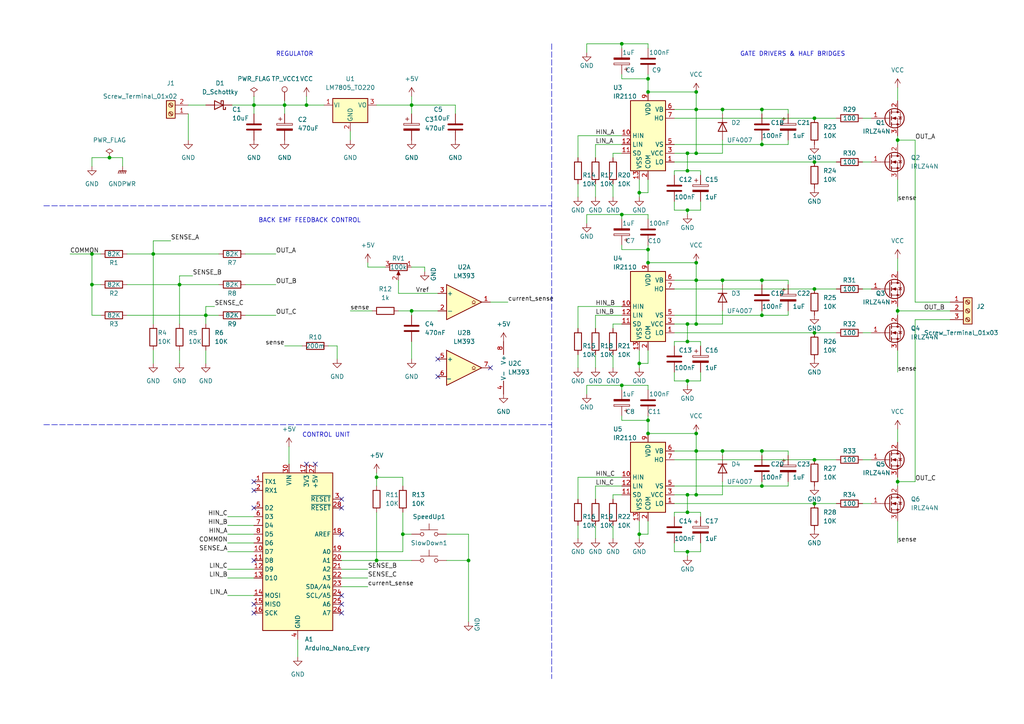
<source format=kicad_sch>
(kicad_sch (version 20211123) (generator eeschema)
  (paper "A4")
  (title_block (title "Control Brushless") (date "04/07/2023") (rev "1") (company "UTN FRBA") (comment 1 "Electronica de potencia") (comment 2 "Ciclo lectivo 2023") (comment 3 "Docente: Ing. Narvaja") (comment 4 "Grupo1 "))
  (lib_symbols
    (symbol "Comparator:LM393" (pin_names (offset 0.127))
      (property "Reference" "U" (at 3.81 3.81 0))
      (property "Value" "LM393" (at 6.35 -3.81 0))
      (symbol "LM393_1_1"
        (pin open_collector line (at 7.62 0 180) (length 2.54) (name "~") (number "1"))
        (pin input line (at -7.62 -2.54 0) (length 2.54) (name "-") (number "2"))
        (pin input line (at -7.62 2.54 0) (length 2.54) (name "+") (number "3"))
      )
      (symbol "LM393_2_1"
        (pin input line (at -7.62 2.54 0) (length 2.54) (name "+") (number "5"))
        (pin input line (at -7.62 -2.54 0) (length 2.54) (name "_") (number "6"))
        (pin open_collector line (at 7.62 0 180) (length 2.54) (name "~") (number "7"))
      )
      (symbol "LM393_3_1"
        (pin power_in line (at -2.54 -7.62 90) (length 3.81) (name "V-") (number "4"))
        (pin power_in line (at -2.54 7.62 270) (length 3.81) (name "V+") (number "8"))
      )
    )
    (symbol "Connector:Screw_Terminal_01x02" (pin_names (offset 1.016) hide)
      (property "Reference" "J" (at 0 2.54 0))
      (property "Value" "Screw_Terminal_01x02" (at 0 -5.08 0))
      (symbol "Screw_Terminal_01x02_1_1"
        (pin passive line (at -5.08 0 0) (length 3.81) (name "Pin_1") (number "1"))
        (pin passive line (at -5.08 -2.54 0) (length 3.81) (name "Pin_2") (number "2"))
      )
    )
    (symbol "Connector:Screw_Terminal_01x03" (pin_names (offset 1.016) hide)
      (property "Reference" "J" (at 0 5.08 0))
      (property "Value" "Screw_Terminal_01x03" (at 0 -5.08 0))
      (symbol "Screw_Terminal_01x03_1_1"
        (pin passive line (at -5.08 2.54 0) (length 3.81) (name "Pin_1") (number "1"))
        (pin passive line (at -5.08 0 0) (length 3.81) (name "Pin_2") (number "2"))
        (pin passive line (at -5.08 -2.54 0) (length 3.81) (name "Pin_3") (number "3"))
      )
    )
    (symbol "Connector:TestPoint" (pin_numbers hide) (pin_names (offset 0.762) hide)
      (property "Reference" "TP" (at 0 6.858 0))
      (property "Value" "TestPoint" (at 0 5.08 0))
      (symbol "TestPoint_1_1"
        (pin passive line (at 0 0 90) (length 2.54) (name "1") (number "1"))
      )
    )
    (symbol "Device:C" (pin_numbers hide) (pin_names (offset 0.254))
      (property "Reference" "C" (at 0.635 2.54 0))
      (property "Value" "C" (at 0.635 -2.54 0))
      (symbol "C_1_1"
        (pin passive line (at 0 3.81 270) (length 2.794) (name "~") (number "1"))
        (pin passive line (at 0 -3.81 90) (length 2.794) (name "~") (number "2"))
      )
    )
    (symbol "Device:C_Polarized" (pin_numbers hide) (pin_names (offset 0.254))
      (property "Reference" "C" (at 0.635 2.54 0))
      (property "Value" "C_Polarized" (at 0.635 -2.54 0))
      (symbol "C_Polarized_1_1"
        (pin passive line (at 0 3.81 270) (length 2.794) (name "~") (number "1"))
        (pin passive line (at 0 -3.81 90) (length 2.794) (name "~") (number "2"))
      )
    )
    (symbol "Device:D_Schottky" (pin_numbers hide) (pin_names (offset 1.016) hide)
      (property "Reference" "D" (at 0 2.54 0))
      (property "Value" "D_Schottky" (at 0 -2.54 0))
      (symbol "D_Schottky_1_1"
        (pin passive line (at -3.81 0 0) (length 2.54) (name "K") (number "1"))
        (pin passive line (at 3.81 0 180) (length 2.54) (name "A") (number "2"))
      )
    )
    (symbol "Device:R" (pin_numbers hide) (pin_names (offset 0))
      (property "Reference" "R" (at 2.032 0 90))
      (property "Value" "R" (at 0 0 90))
      (symbol "R_1_1"
        (pin passive line (at 0 3.81 270) (length 1.27) (name "~") (number "1"))
        (pin passive line (at 0 -3.81 90) (length 1.27) (name "~") (number "2"))
      )
    )
    (symbol "Device:R_Potentiometer" (pin_names (offset 1.016) hide)
      (property "Reference" "RV" (at -4.445 0 90))
      (property "Value" "R_Potentiometer" (at -2.54 0 90))
      (symbol "R_Potentiometer_1_1"
        (pin passive line (at 0 3.81 270) (length 1.27) (name "1") (number "1"))
        (pin passive line (at 3.81 0 180) (length 1.27) (name "2") (number "2"))
        (pin passive line (at 0 -3.81 90) (length 1.27) (name "3") (number "3"))
      )
    )
    (symbol "Diode:1N4148" (pin_numbers hide) (pin_names (offset 1.016) hide)
      (property "Reference" "D" (at 0 2.54 0))
      (property "Value" "1N4148" (at 0 -2.54 0))
      (symbol "1N4148_1_1"
        (pin passive line (at -3.81 0 0) (length 2.54) (name "K") (number "1"))
        (pin passive line (at 3.81 0 180) (length 2.54) (name "A") (number "2"))
      )
    )
    (symbol "Driver_FET:IR2110"
      (property "Reference" "U" (at 1.27 13.335 0))
      (property "Value" "IR2110" (at 1.27 11.43 0))
      (symbol "IR2110_1_1"
        (pin output line (at 7.62 -7.62 180) (length 2.54) (name "LO") (number "1"))
        (pin input line (at -7.62 0 0) (length 2.54) (name "HIN") (number "10"))
        (pin input line (at -7.62 -5.08 0) (length 2.54) (name "SD") (number "11"))
        (pin input line (at -7.62 -2.54 0) (length 2.54) (name "LIN") (number "12"))
        (pin power_in line (at -2.54 -12.7 90) (length 2.54) (name "VSS") (number "13"))
        (pin no_connect line (at -5.08 2.54 0) (length 2.54) hide (name "NC") (number "14"))
        (pin power_in line (at 0 -12.7 90) (length 2.54) (name "COM") (number "2"))
        (pin power_in line (at 7.62 -5.08 180) (length 2.54) (name "VCC") (number "3"))
        (pin no_connect line (at -5.08 7.62 0) (length 2.54) hide (name "NC") (number "4"))
        (pin passive line (at 7.62 -2.54 180) (length 2.54) (name "VS") (number "5"))
        (pin passive line (at 7.62 7.62 180) (length 2.54) (name "VB") (number "6"))
        (pin output line (at 7.62 5.08 180) (length 2.54) (name "HO") (number "7"))
        (pin no_connect line (at -5.08 5.08 0) (length 2.54) hide (name "NC") (number "8"))
        (pin power_in line (at 0 12.7 270) (length 2.54) (name "VDD") (number "9"))
      )
    )
    (symbol "MCU_Module:Arduino_Nano_Every"
      (property "Reference" "A" (at -10.16 23.495 0))
      (property "Value" "Arduino_Nano_Every" (at 5.08 -24.13 0))
      (symbol "Arduino_Nano_Every_1_1"
        (pin bidirectional line (at -12.7 20.32 0) (length 2.54) (name "TX1") (number "1"))
        (pin bidirectional line (at -12.7 0 0) (length 2.54) (name "D7") (number "10"))
        (pin bidirectional line (at -12.7 -2.54 0) (length 2.54) (name "D8") (number "11"))
        (pin bidirectional line (at -12.7 -5.08 0) (length 2.54) (name "D9") (number "12"))
        (pin bidirectional line (at -12.7 -7.62 0) (length 2.54) (name "D10") (number "13"))
        (pin bidirectional line (at -12.7 -12.7 0) (length 2.54) (name "MOSI") (number "14"))
        (pin bidirectional line (at -12.7 -15.24 0) (length 2.54) (name "MISO") (number "15"))
        (pin bidirectional line (at -12.7 -17.78 0) (length 2.54) (name "SCK") (number "16"))
        (pin power_out line (at 2.54 25.4 270) (length 2.54) (name "3V3") (number "17"))
        (pin input line (at 12.7 5.08 180) (length 2.54) (name "AREF") (number "18"))
        (pin bidirectional line (at 12.7 0 180) (length 2.54) (name "A0") (number "19"))
        (pin bidirectional line (at -12.7 17.78 0) (length 2.54) (name "RX1") (number "2"))
        (pin bidirectional line (at 12.7 -2.54 180) (length 2.54) (name "A1") (number "20"))
        (pin bidirectional line (at 12.7 -5.08 180) (length 2.54) (name "A2") (number "21"))
        (pin bidirectional line (at 12.7 -7.62 180) (length 2.54) (name "A3") (number "22"))
        (pin bidirectional line (at 12.7 -10.16 180) (length 2.54) (name "SDA/A4") (number "23"))
        (pin bidirectional line (at 12.7 -12.7 180) (length 2.54) (name "SCL/A5") (number "24"))
        (pin bidirectional line (at 12.7 -15.24 180) (length 2.54) (name "A6") (number "25"))
        (pin bidirectional line (at 12.7 -17.78 180) (length 2.54) (name "A7") (number "26"))
        (pin power_out line (at 5.08 25.4 270) (length 2.54) (name "+5V") (number "27"))
        (pin input line (at 12.7 12.7 180) (length 2.54) (name "~{RESET}") (number "28"))
        (pin passive line (at 0 -25.4 90) (length 2.54) hide (name "GND") (number "29"))
        (pin input line (at 12.7 15.24 180) (length 2.54) (name "~{RESET}") (number "3"))
        (pin power_in line (at -2.54 25.4 270) (length 2.54) (name "VIN") (number "30"))
        (pin power_in line (at 0 -25.4 90) (length 2.54) (name "GND") (number "4"))
        (pin bidirectional line (at -12.7 12.7 0) (length 2.54) (name "D2") (number "5"))
        (pin bidirectional line (at -12.7 10.16 0) (length 2.54) (name "D3") (number "6"))
        (pin bidirectional line (at -12.7 7.62 0) (length 2.54) (name "D4") (number "7"))
        (pin bidirectional line (at -12.7 5.08 0) (length 2.54) (name "D5") (number "8"))
        (pin bidirectional line (at -12.7 2.54 0) (length 2.54) (name "D6") (number "9"))
      )
    )
    (symbol "Regulator_Linear:LM7805_TO220" (pin_names (offset 0.254))
      (property "Reference" "U" (at -3.81 3.175 0))
      (property "Value" "LM7805_TO220" (at 0 3.175 0))
      (symbol "LM7805_TO220_1_1"
        (pin power_in line (at -7.62 0 0) (length 2.54) (name "VI") (number "1"))
        (pin power_in line (at 0 -7.62 90) (length 2.54) (name "GND") (number "2"))
        (pin power_out line (at 7.62 0 180) (length 2.54) (name "VO") (number "3"))
      )
    )
    (symbol "Switch:SW_MEC_5G" (pin_numbers hide) (pin_names (offset 1.016) hide)
      (property "Reference" "SW" (at 1.27 2.54 0))
      (property "Value" "SW_MEC_5G" (at 0 -1.524 0))
      (symbol "SW_MEC_5G_0_1"
        (pin passive line (at -5.08 0 0) (length 2.54) (name "A") (number "1"))
        (pin passive line (at 5.08 0 180) (length 2.54) (name "B") (number "3"))
      )
      (symbol "SW_MEC_5G_1_1"
        (pin passive line (at -5.08 0 0) (length 2.54) hide (name "A") (number "2"))
        (pin passive line (at 5.08 0 180) (length 2.54) hide (name "B") (number "4"))
      )
    )
    (symbol "Transistor_FET:IRLZ44N" (pin_names hide)
      (property "Reference" "Q" (at 6.35 1.905 0))
      (property "Value" "IRLZ44N" (at 6.35 0 0))
      (symbol "IRLZ44N_1_1"
        (pin input line (at -5.08 0 0) (length 2.54) (name "G") (number "1"))
        (pin passive line (at 2.54 5.08 270) (length 2.54) (name "D") (number "2"))
        (pin passive line (at 2.54 -5.08 90) (length 2.54) (name "S") (number "3"))
      )
    )
    (symbol "power:+5V" (power) (pin_names (offset 0))
      (property "Value" "+5V" (at 0 3.556 0))
      (symbol "+5V_1_1"
        (pin power_in line (at 0 0 90) (length 0) hide (name "+5V") (number "1"))
      )
    )
    (symbol "power:GND" (power) (pin_names (offset 0))
      (property "Value" "GND" (at 0 -3.81 0))
      (symbol "GND_1_1"
        (pin power_in line (at 0 0 270) (length 0) hide (name "GND") (number "1"))
      )
    )
    (symbol "power:GNDPWR" (power) (pin_names (offset 0))
      (property "Value" "GNDPWR" (at 0 -3.302 0))
      (symbol "GNDPWR_1_1"
        (pin power_in line (at 0 0 270) (length 0) hide (name "GNDPWR") (number "1"))
      )
    )
    (symbol "power:PWR_FLAG" (power) (pin_numbers hide) (pin_names (offset 0) hide)
      (property "Value" "PWR_FLAG" (at 0 3.81 0))
      (symbol "PWR_FLAG_0_0"
        (pin power_out line (at 0 0 90) (length 0) (name "pwr") (number "1"))
      )
    )
    (symbol "power:VCC" (power) (pin_names (offset 0))
      (property "Value" "VCC" (at 0 3.81 0))
      (symbol "VCC_1_1"
        (pin power_in line (at 0 0 90) (length 0) hide (name "VCC") (number "1"))
      )
    )
  )
  (junction (at 187.96 26.67))
  (junction (at 199.39 110.49))
  (junction (at 260.35 90.17))
  (junction (at 220.98 31.75))
  (junction (at 201.93 130.81))
  (junction (at 236.22 46.99))
  (junction (at 116.84 154.94))
  (junction (at 199.39 60.96))
  (junction (at 199.39 99.06))
  (junction (at 185.42 154.94))
  (junction (at 201.93 125.73))
  (junction (at 236.22 83.82))
  (junction (at 180.34 12.7))
  (junction (at 187.96 22.86))
  (junction (at 201.93 44.45))
  (junction (at 209.55 81.28))
  (junction (at 59.69 91.44))
  (junction (at 209.55 130.81))
  (junction (at 220.98 41.91))
  (junction (at 31.75 45.72))
  (junction (at 201.93 81.28))
  (junction (at 185.42 105.41))
  (junction (at 88.9 30.48))
  (junction (at 187.96 121.92))
  (junction (at 199.39 160.02))
  (junction (at 220.98 140.97))
  (junction (at 199.39 148.59))
  (junction (at 119.38 90.17))
  (junction (at 260.35 40.64))
  (junction (at 201.93 76.2))
  (junction (at 180.34 62.23))
  (junction (at 260.35 139.7))
  (junction (at 209.55 31.75))
  (junction (at 201.93 31.75))
  (junction (at 220.98 91.44))
  (junction (at 109.22 162.56))
  (junction (at 236.22 96.52))
  (junction (at 236.22 34.29))
  (junction (at 199.39 93.98))
  (junction (at 199.39 44.45))
  (junction (at 236.22 146.05))
  (junction (at 73.66 30.48))
  (junction (at 82.55 30.48))
  (junction (at 187.96 72.39))
  (junction (at 44.45 73.66))
  (junction (at 26.67 82.55))
  (junction (at 201.93 26.67))
  (junction (at 199.39 49.53))
  (junction (at 220.98 81.28))
  (junction (at 220.98 130.81))
  (junction (at 187.96 125.73))
  (junction (at 119.38 30.48))
  (junction (at 187.96 76.2))
  (junction (at 180.34 111.76))
  (junction (at 236.22 133.35))
  (junction (at 26.67 73.66))
  (junction (at 201.93 93.98))
  (junction (at 109.22 138.43))
  (junction (at 135.89 162.56))
  (junction (at 199.39 143.51))
  (junction (at 52.07 82.55))
  (junction (at 185.42 55.88))
  (junction (at 201.93 143.51))
  (no_connect (at 73.66 162.56))
  (no_connect (at 88.9 134.62))
  (no_connect (at 91.44 134.62))
  (no_connect (at 99.06 147.32))
  (no_connect (at 99.06 144.78))
  (no_connect (at 99.06 172.72))
  (no_connect (at 99.06 177.8))
  (no_connect (at 99.06 175.26))
  (no_connect (at 99.06 154.94))
  (no_connect (at 73.66 175.26))
  (no_connect (at 73.66 177.8))
  (no_connect (at 73.66 147.32))
  (no_connect (at 73.66 142.24))
  (no_connect (at 73.66 139.7))
  (no_connect (at 142.24 106.68))
  (no_connect (at 127 104.14))
  (no_connect (at 127 109.22))
  (wire (pts (xy 199.39 93.98) (xy 195.58 93.98)))
  (wire (pts (xy 187.96 72.39) (xy 187.96 76.2)))
  (wire (pts (xy 209.55 81.28) (xy 220.98 81.28)))
  (wire (pts (xy 116.84 154.94) (xy 119.38 154.94)))
  (wire (pts (xy 201.93 76.2) (xy 201.93 81.28)))
  (wire (pts (xy 180.34 62.23) (xy 170.18 62.23)))
  (wire (pts (xy 82.55 29.21) (xy 82.55 30.48)))
  (wire (pts (xy 260.35 101.6) (xy 260.35 107.95)))
  (wire (pts (xy 132.08 30.48) (xy 132.08 33.02)))
  (wire (pts (xy 250.19 83.82) (xy 252.73 83.82)))
  (wire (pts (xy 71.12 82.55) (xy 80.01 82.55)))
  (wire (pts (xy 115.57 85.09) (xy 127 85.09)))
  (wire (pts (xy 35.56 45.72) (xy 35.56 48.26)))
  (wire (pts (xy 203.2 100.33) (xy 203.2 99.06)))
  (wire (pts (xy 228.6 130.81) (xy 228.6 132.08)))
  (wire (pts (xy 180.34 111.76) (xy 187.96 111.76)))
  (wire (pts (xy 265.43 92.71) (xy 275.59 92.71)))
  (wire (pts (xy 201.93 130.81) (xy 209.55 130.81)))
  (wire (pts (xy 59.69 101.6) (xy 59.69 105.41)))
  (wire (pts (xy 44.45 73.66) (xy 44.45 93.98)))
  (wire (pts (xy 73.66 30.48) (xy 73.66 33.02)))
  (wire (pts (xy 260.35 40.64) (xy 265.43 40.64)))
  (wire (pts (xy 180.34 41.91) (xy 172.72 41.91)))
  (wire (pts (xy 220.98 81.28) (xy 220.98 82.55)))
  (wire (pts (xy 167.64 53.34) (xy 167.64 57.15)))
  (wire (pts (xy 52.07 101.6) (xy 52.07 105.41)))
  (wire (pts (xy 187.96 105.41) (xy 185.42 105.41)))
  (wire (pts (xy 135.89 154.94) (xy 135.89 162.56)))
  (wire (pts (xy 116.84 160.02) (xy 116.84 154.94)))
  (wire (pts (xy 59.69 91.44) (xy 63.5 91.44)))
  (wire (pts (xy 142.24 87.63) (xy 147.32 87.63)))
  (wire (pts (xy 180.34 13.97) (xy 180.34 12.7)))
  (wire (pts (xy 180.34 111.76) (xy 170.18 111.76)))
  (wire (pts (xy 109.22 162.56) (xy 109.22 148.59)))
  (wire (pts (xy 228.6 40.64) (xy 228.6 41.91)))
  (wire (pts (xy 187.96 72.39) (xy 180.34 72.39)))
  (wire (pts (xy 187.96 121.92) (xy 180.34 121.92)))
  (wire (pts (xy 203.2 99.06) (xy 199.39 99.06)))
  (wire (pts (xy 95.25 100.33) (xy 97.79 100.33)))
  (wire (pts (xy 195.58 41.91) (xy 220.98 41.91)))
  (wire (pts (xy 203.2 149.86) (xy 203.2 148.59)))
  (wire (pts (xy 220.98 31.75) (xy 228.6 31.75)))
  (wire (pts (xy 88.9 30.48) (xy 93.98 30.48)))
  (wire (pts (xy 195.58 148.59) (xy 195.58 149.86)))
  (wire (pts (xy 187.96 101.6) (xy 187.96 105.41)))
  (wire (pts (xy 167.64 138.43) (xy 167.64 144.78)))
  (wire (pts (xy 26.67 73.66) (xy 29.21 73.66)))
  (wire (pts (xy 195.58 96.52) (xy 236.22 96.52)))
  (wire (pts (xy 99.06 160.02) (xy 116.84 160.02)))
  (wire (pts (xy 82.55 30.48) (xy 73.66 30.48)))
  (wire (pts (xy 228.6 90.17) (xy 228.6 91.44)))
  (wire (pts (xy 260.35 139.7) (xy 265.43 139.7)))
  (wire (pts (xy 203.2 58.42) (xy 203.2 60.96)))
  (wire (pts (xy 73.66 165.1) (xy 66.04 165.1)))
  (wire (pts (xy 250.19 146.05) (xy 252.73 146.05)))
  (wire (pts (xy 195.58 83.82) (xy 236.22 83.82)))
  (wire (pts (xy 180.34 72.39) (xy 180.34 71.12)))
  (wire (pts (xy 209.55 81.28) (xy 209.55 82.55)))
  (wire (pts (xy 187.96 22.86) (xy 187.96 21.59)))
  (polyline (pts (xy 12.7 123.19) (xy 160.02 123.19)))
  (wire (pts (xy 99.06 167.64) (xy 106.68 167.64)))
  (wire (pts (xy 260.35 138.43) (xy 260.35 139.7)))
  (wire (pts (xy 220.98 41.91) (xy 228.6 41.91)))
  (wire (pts (xy 26.67 45.72) (xy 26.67 48.26)))
  (wire (pts (xy 187.96 154.94) (xy 185.42 154.94)))
  (wire (pts (xy 135.89 162.56) (xy 135.89 180.34)))
  (wire (pts (xy 129.54 162.56) (xy 135.89 162.56)))
  (wire (pts (xy 260.35 40.64) (xy 260.35 41.91)))
  (wire (pts (xy 167.64 102.87) (xy 167.64 106.68)))
  (wire (pts (xy 180.34 44.45) (xy 177.8 44.45)))
  (wire (pts (xy 220.98 139.7) (xy 220.98 140.97)))
  (wire (pts (xy 115.57 90.17) (xy 119.38 90.17)))
  (wire (pts (xy 119.38 30.48) (xy 132.08 30.48)))
  (wire (pts (xy 180.34 138.43) (xy 167.64 138.43)))
  (wire (pts (xy 265.43 40.64) (xy 265.43 87.63)))
  (wire (pts (xy 36.83 73.66) (xy 44.45 73.66)))
  (wire (pts (xy 260.35 90.17) (xy 275.59 90.17)))
  (wire (pts (xy 172.72 91.44) (xy 172.72 95.25)))
  (wire (pts (xy 195.58 146.05) (xy 236.22 146.05)))
  (wire (pts (xy 119.38 162.56) (xy 109.22 162.56)))
  (wire (pts (xy 236.22 146.05) (xy 242.57 146.05)))
  (wire (pts (xy 195.58 130.81) (xy 201.93 130.81)))
  (wire (pts (xy 177.8 152.4) (xy 177.8 156.21)))
  (wire (pts (xy 187.96 26.67) (xy 201.93 26.67)))
  (wire (pts (xy 195.58 133.35) (xy 236.22 133.35)))
  (wire (pts (xy 187.96 22.86) (xy 180.34 22.86)))
  (wire (pts (xy 119.38 27.94) (xy 119.38 30.48)))
  (wire (pts (xy 195.58 58.42) (xy 195.58 60.96)))
  (wire (pts (xy 82.55 33.02) (xy 82.55 30.48)))
  (polyline (pts (xy 12.7 59.69) (xy 160.02 59.69)))
  (wire (pts (xy 260.35 90.17) (xy 260.35 91.44)))
  (wire (pts (xy 220.98 130.81) (xy 228.6 130.81)))
  (wire (pts (xy 203.2 50.8) (xy 203.2 49.53)))
  (wire (pts (xy 180.34 12.7) (xy 170.18 12.7)))
  (wire (pts (xy 195.58 34.29) (xy 236.22 34.29)))
  (wire (pts (xy 73.66 152.4) (xy 66.04 152.4)))
  (wire (pts (xy 116.84 148.59) (xy 116.84 154.94)))
  (wire (pts (xy 220.98 140.97) (xy 228.6 140.97)))
  (wire (pts (xy 187.96 72.39) (xy 187.96 71.12)))
  (wire (pts (xy 228.6 81.28) (xy 228.6 82.55)))
  (wire (pts (xy 109.22 137.16) (xy 109.22 138.43)))
  (wire (pts (xy 187.96 63.5) (xy 187.96 62.23)))
  (wire (pts (xy 236.22 83.82) (xy 242.57 83.82)))
  (wire (pts (xy 260.35 151.13) (xy 260.35 157.48)))
  (wire (pts (xy 220.98 40.64) (xy 220.98 41.91)))
  (wire (pts (xy 109.22 30.48) (xy 119.38 30.48)))
  (wire (pts (xy 116.84 138.43) (xy 109.22 138.43)))
  (wire (pts (xy 187.96 151.13) (xy 187.96 154.94)))
  (wire (pts (xy 209.55 31.75) (xy 209.55 33.02)))
  (wire (pts (xy 195.58 81.28) (xy 201.93 81.28)))
  (wire (pts (xy 123.19 77.47) (xy 123.19 78.74)))
  (wire (pts (xy 201.93 130.81) (xy 201.93 143.51)))
  (wire (pts (xy 180.34 121.92) (xy 180.34 120.65)))
  (wire (pts (xy 260.35 139.7) (xy 260.35 140.97)))
  (wire (pts (xy 195.58 44.45) (xy 199.39 44.45)))
  (wire (pts (xy 26.67 73.66) (xy 26.67 82.55)))
  (wire (pts (xy 35.56 45.72) (xy 31.75 45.72)))
  (wire (pts (xy 260.35 88.9) (xy 260.35 90.17)))
  (wire (pts (xy 115.57 85.09) (xy 115.57 81.28)))
  (wire (pts (xy 220.98 90.17) (xy 220.98 91.44)))
  (wire (pts (xy 177.8 53.34) (xy 177.8 57.15)))
  (wire (pts (xy 54.61 30.48) (xy 59.69 30.48)))
  (wire (pts (xy 201.93 31.75) (xy 209.55 31.75)))
  (wire (pts (xy 199.39 60.96) (xy 199.39 62.23)))
  (wire (pts (xy 185.42 101.6) (xy 185.42 105.41)))
  (wire (pts (xy 201.93 125.73) (xy 201.93 130.81)))
  (wire (pts (xy 195.58 60.96) (xy 199.39 60.96)))
  (wire (pts (xy 187.96 55.88) (xy 185.42 55.88)))
  (wire (pts (xy 44.45 73.66) (xy 44.45 69.85)))
  (wire (pts (xy 52.07 82.55) (xy 52.07 80.01)))
  (wire (pts (xy 167.64 152.4) (xy 167.64 156.21)))
  (wire (pts (xy 187.96 125.73) (xy 201.93 125.73)))
  (wire (pts (xy 265.43 87.63) (xy 275.59 87.63)))
  (wire (pts (xy 195.58 49.53) (xy 195.58 50.8)))
  (wire (pts (xy 83.82 129.54) (xy 83.82 134.62)))
  (wire (pts (xy 177.8 93.98) (xy 177.8 95.25)))
  (wire (pts (xy 187.96 22.86) (xy 187.96 26.67)))
  (wire (pts (xy 260.35 52.07) (xy 260.35 58.42)))
  (wire (pts (xy 44.45 101.6) (xy 44.45 105.41)))
  (wire (pts (xy 119.38 99.06) (xy 119.38 104.14)))
  (wire (pts (xy 73.66 172.72) (xy 66.04 172.72)))
  (wire (pts (xy 201.93 81.28) (xy 209.55 81.28)))
  (wire (pts (xy 201.93 93.98) (xy 209.55 93.98)))
  (wire (pts (xy 260.35 25.4) (xy 260.35 29.21)))
  (wire (pts (xy 172.72 152.4) (xy 172.72 156.21)))
  (wire (pts (xy 97.79 100.33) (xy 97.79 104.14)))
  (wire (pts (xy 99.06 170.18) (xy 106.68 170.18)))
  (wire (pts (xy 101.6 38.1) (xy 101.6 40.64)))
  (wire (pts (xy 209.55 130.81) (xy 220.98 130.81)))
  (wire (pts (xy 73.66 149.86) (xy 66.04 149.86)))
  (wire (pts (xy 209.55 130.81) (xy 209.55 132.08)))
  (wire (pts (xy 195.58 31.75) (xy 201.93 31.75)))
  (wire (pts (xy 180.34 22.86) (xy 180.34 21.59)))
  (wire (pts (xy 99.06 162.56) (xy 109.22 162.56)))
  (wire (pts (xy 250.19 46.99) (xy 252.73 46.99)))
  (wire (pts (xy 199.39 143.51) (xy 201.93 143.51)))
  (wire (pts (xy 250.19 133.35) (xy 252.73 133.35)))
  (wire (pts (xy 52.07 82.55) (xy 63.5 82.55)))
  (wire (pts (xy 170.18 12.7) (xy 170.18 15.24)))
  (wire (pts (xy 52.07 80.01) (xy 55.88 80.01)))
  (wire (pts (xy 228.6 139.7) (xy 228.6 140.97)))
  (wire (pts (xy 265.43 92.71) (xy 265.43 139.7)))
  (wire (pts (xy 199.39 99.06) (xy 195.58 99.06)))
  (wire (pts (xy 187.96 113.03) (xy 187.96 111.76)))
  (wire (pts (xy 199.39 60.96) (xy 203.2 60.96)))
  (wire (pts (xy 260.35 39.37) (xy 260.35 40.64)))
  (wire (pts (xy 172.72 140.97) (xy 172.72 144.78)))
  (wire (pts (xy 220.98 91.44) (xy 228.6 91.44)))
  (wire (pts (xy 220.98 31.75) (xy 220.98 33.02)))
  (wire (pts (xy 59.69 88.9) (xy 62.23 88.9)))
  (wire (pts (xy 220.98 130.81) (xy 220.98 132.08)))
  (wire (pts (xy 185.42 52.07) (xy 185.42 55.88)))
  (wire (pts (xy 71.12 91.44) (xy 80.01 91.44)))
  (wire (pts (xy 187.96 121.92) (xy 187.96 120.65)))
  (wire (pts (xy 203.2 107.95) (xy 203.2 110.49)))
  (wire (pts (xy 185.42 151.13) (xy 185.42 154.94)))
  (wire (pts (xy 195.58 99.06) (xy 195.58 100.33)))
  (wire (pts (xy 52.07 82.55) (xy 52.07 93.98)))
  (wire (pts (xy 201.93 44.45) (xy 209.55 44.45)))
  (wire (pts (xy 119.38 90.17) (xy 127 90.17)))
  (wire (pts (xy 180.34 140.97) (xy 172.72 140.97)))
  (wire (pts (xy 199.39 44.45) (xy 199.39 49.53)))
  (wire (pts (xy 201.93 81.28) (xy 201.93 93.98)))
  (wire (pts (xy 209.55 139.7) (xy 209.55 143.51)))
  (wire (pts (xy 170.18 62.23) (xy 170.18 64.77)))
  (wire (pts (xy 201.93 31.75) (xy 201.93 44.45)))
  (wire (pts (xy 73.66 154.94) (xy 66.04 154.94)))
  (wire (pts (xy 180.34 62.23) (xy 187.96 62.23)))
  (wire (pts (xy 236.22 133.35) (xy 242.57 133.35)))
  (wire (pts (xy 195.58 46.99) (xy 236.22 46.99)))
  (wire (pts (xy 119.38 33.02) (xy 119.38 30.48)))
  (wire (pts (xy 180.34 91.44) (xy 172.72 91.44)))
  (wire (pts (xy 73.66 167.64) (xy 66.04 167.64)))
  (wire (pts (xy 44.45 69.85) (xy 49.53 69.85)))
  (wire (pts (xy 185.42 105.41) (xy 185.42 106.68)))
  (wire (pts (xy 199.39 93.98) (xy 199.39 99.06)))
  (wire (pts (xy 199.39 148.59) (xy 195.58 148.59)))
  (wire (pts (xy 260.35 74.93) (xy 260.35 78.74)))
  (wire (pts (xy 170.18 111.76) (xy 170.18 114.3)))
  (wire (pts (xy 250.19 34.29) (xy 252.73 34.29)))
  (wire (pts (xy 195.58 157.48) (xy 195.58 160.02)))
  (wire (pts (xy 180.34 113.03) (xy 180.34 111.76)))
  (wire (pts (xy 36.83 82.55) (xy 52.07 82.55)))
  (wire (pts (xy 203.2 49.53) (xy 199.39 49.53)))
  (wire (pts (xy 199.39 49.53) (xy 195.58 49.53)))
  (wire (pts (xy 195.58 110.49) (xy 199.39 110.49)))
  (wire (pts (xy 59.69 91.44) (xy 59.69 88.9)))
  (wire (pts (xy 180.34 93.98) (xy 177.8 93.98)))
  (wire (pts (xy 199.39 143.51) (xy 199.39 148.59)))
  (wire (pts (xy 195.58 160.02) (xy 199.39 160.02)))
  (wire (pts (xy 73.66 160.02) (xy 66.04 160.02)))
  (wire (pts (xy 236.22 46.99) (xy 242.57 46.99)))
  (wire (pts (xy 172.72 53.34) (xy 172.72 57.15)))
  (wire (pts (xy 86.36 185.42) (xy 86.36 190.5)))
  (wire (pts (xy 195.58 91.44) (xy 220.98 91.44)))
  (wire (pts (xy 177.8 143.51) (xy 177.8 144.78)))
  (polyline (pts (xy 160.02 12.7) (xy 160.02 196.85)))
  (wire (pts (xy 199.39 160.02) (xy 199.39 161.29)))
  (wire (pts (xy 199.39 110.49) (xy 203.2 110.49)))
  (wire (pts (xy 177.8 44.45) (xy 177.8 45.72)))
  (wire (pts (xy 67.31 30.48) (xy 73.66 30.48)))
  (wire (pts (xy 228.6 31.75) (xy 228.6 33.02)))
  (wire (pts (xy 195.58 140.97) (xy 220.98 140.97)))
  (wire (pts (xy 101.6 90.17) (xy 107.95 90.17)))
  (wire (pts (xy 199.39 143.51) (xy 195.58 143.51)))
  (wire (pts (xy 185.42 154.94) (xy 185.42 156.21)))
  (wire (pts (xy 116.84 140.97) (xy 116.84 138.43)))
  (wire (pts (xy 201.93 26.67) (xy 201.93 31.75)))
  (wire (pts (xy 167.64 39.37) (xy 167.64 45.72)))
  (wire (pts (xy 187.96 76.2) (xy 201.93 76.2)))
  (wire (pts (xy 172.72 102.87) (xy 172.72 106.68)))
  (wire (pts (xy 36.83 91.44) (xy 59.69 91.44)))
  (wire (pts (xy 26.67 91.44) (xy 29.21 91.44)))
  (wire (pts (xy 31.75 45.72) (xy 26.67 45.72)))
  (wire (pts (xy 203.2 157.48) (xy 203.2 160.02)))
  (wire (pts (xy 185.42 55.88) (xy 185.42 57.15)))
  (wire (pts (xy 199.39 160.02) (xy 203.2 160.02)))
  (wire (pts (xy 106.68 76.2) (xy 106.68 77.47)))
  (wire (pts (xy 236.22 96.52) (xy 242.57 96.52)))
  (wire (pts (xy 236.22 34.29) (xy 242.57 34.29)))
  (wire (pts (xy 180.34 39.37) (xy 167.64 39.37)))
  (wire (pts (xy 119.38 90.17) (xy 119.38 91.44)))
  (wire (pts (xy 26.67 82.55) (xy 26.67 91.44)))
  (wire (pts (xy 73.66 157.48) (xy 66.04 157.48)))
  (wire (pts (xy 209.55 40.64) (xy 209.55 44.45)))
  (wire (pts (xy 82.55 100.33) (xy 87.63 100.33)))
  (wire (pts (xy 199.39 110.49) (xy 199.39 111.76)))
  (wire (pts (xy 59.69 91.44) (xy 59.69 93.98)))
  (wire (pts (xy 82.55 30.48) (xy 88.9 30.48)))
  (wire (pts (xy 73.66 27.94) (xy 73.66 30.48)))
  (wire (pts (xy 177.8 102.87) (xy 177.8 106.68)))
  (wire (pts (xy 109.22 138.43) (xy 109.22 140.97)))
  (wire (pts (xy 54.61 33.02) (xy 54.61 40.64)))
  (wire (pts (xy 250.19 96.52) (xy 252.73 96.52)))
  (wire (pts (xy 26.67 82.55) (xy 29.21 82.55)))
  (wire (pts (xy 220.98 81.28) (xy 228.6 81.28)))
  (wire (pts (xy 180.34 12.7) (xy 187.96 12.7)))
  (wire (pts (xy 260.35 124.46) (xy 260.35 128.27)))
  (wire (pts (xy 129.54 154.94) (xy 135.89 154.94)))
  (wire (pts (xy 172.72 41.91) (xy 172.72 45.72)))
  (wire (pts (xy 20.32 73.66) (xy 26.67 73.66)))
  (wire (pts (xy 199.39 93.98) (xy 201.93 93.98)))
  (wire (pts (xy 88.9 27.94) (xy 88.9 30.48)))
  (wire (pts (xy 119.38 77.47) (xy 123.19 77.47)))
  (wire (pts (xy 180.34 88.9) (xy 167.64 88.9)))
  (wire (pts (xy 99.06 165.1) (xy 106.68 165.1)))
  (wire (pts (xy 199.39 44.45) (xy 201.93 44.45)))
  (wire (pts (xy 44.45 73.66) (xy 63.5 73.66)))
  (wire (pts (xy 195.58 107.95) (xy 195.58 110.49)))
  (wire (pts (xy 187.96 52.07) (xy 187.96 55.88)))
  (wire (pts (xy 187.96 121.92) (xy 187.96 125.73)))
  (wire (pts (xy 187.96 13.97) (xy 187.96 12.7)))
  (wire (pts (xy 209.55 31.75) (xy 220.98 31.75)))
  (wire (pts (xy 111.76 77.47) (xy 106.68 77.47)))
  (wire (pts (xy 167.64 88.9) (xy 167.64 95.25)))
  (wire (pts (xy 180.34 63.5) (xy 180.34 62.23)))
  (wire (pts (xy 201.93 143.51) (xy 209.55 143.51)))
  (wire (pts (xy 209.55 90.17) (xy 209.55 93.98)))
  (wire (pts (xy 180.34 143.51) (xy 177.8 143.51)))
  (wire (pts (xy 203.2 148.59) (xy 199.39 148.59)))
  (wire (pts (xy 71.12 73.66) (xy 80.01 73.66)))
  (text "CONTROL UNIT" (at 87.63 127 0) (effects (font (size 1.27 1.27)) (justify left bottom)))
  (text "BACK EMF FEEDBACK CONTROL" (at 74.93 64.77 0) (effects (font (size 1.27 1.27)) (justify left bottom)))
  (text "GATE DRIVERS & HALF BRIDGES" (at 214.63 16.51 0) (effects (font (size 1.27 1.27)) (justify left bottom)))
  (text "REGULATOR" (at 80.01 16.51 0) (effects (font (size 1.27 1.27)) (justify left bottom)))
  (label "sense" (at 260.35 107.95 0))
  (label "OUT_C" (at 80.01 91.44 0))
  (label "LIN_A" (at 66.04 172.72 180))
  (label "HIN_A" (at 66.04 154.94 180))
  (label "HIN_B" (at 172.72 88.9 0))
  (label "LIN_C" (at 66.04 165.1 180))
  (label "LIN_B" (at 66.04 167.64 180))
  (label "SENSE_A" (at 49.53 69.85 0))
  (label "current_sense" (at 106.68 170.18 0))
  (label "HIN_B" (at 66.04 152.4 180))
  (label "HIN_A" (at 172.72 39.37 0))
  (label "COMMON" (at 20.32 73.66 0))
  (label "SENSE_B" (at 106.68 165.1 0))
  (label "OUT_A" (at 265.43 40.64 0))
  (label "sense" (at 260.35 58.42 0))
  (label "HIN_C" (at 66.04 149.86 180))
  (label "SENSE_A" (at 66.04 160.02 180))
  (label "Vref" (at 124.46 85.09 180))
  (label "OUT_B" (at 80.01 82.55 0))
  (label "sense" (at 260.35 157.48 0))
  (label "sense" (at 101.6 90.17 0))
  (label "SENSE_C" (at 62.23 88.9 0))
  (label "current_sense" (at 147.32 87.63 0))
  (label "LIN_B" (at 172.72 91.44 0))
  (label "OUT_C" (at 265.43 139.7 0))
  (label "SENSE_B" (at 55.88 80.01 0))
  (label "COMMON" (at 66.04 157.48 180))
  (label "HIN_C" (at 172.72 138.43 0))
  (label "OUT_A" (at 80.01 73.66 0))
  (label "LIN_A" (at 172.72 41.91 0))
  (label "SENSE_C" (at 106.68 167.64 0))
  (label "OUT_B" (at 267.97 90.17 0))
  (label "LIN_C" (at 172.72 140.97 0))
  (label "sense" (at 82.55 100.33 180))
  (symbol (lib_id "Device:R") (at 172.72 148.59 0) (unit 1)
    (property "Reference" "R19" (at 173.99 149.86 0) (effects (justify left)))
    (property "Value" "10K" (at 173.99 152.4 0) (effects (justify left)))
    (property "Footprint" "Resistor_THT:R_Axial_DIN0516_L15.5mm_D5.0mm_P20.32mm_Horizontal" (effects hide))
  )
  (symbol (lib_id "power:GND") (at 236.22 104.14 0) (unit 1)
    (property "Reference" "#PWR046" (effects hide))
    (property "Value" "GND" (at 236.22 107.95 0))
  )
  (symbol (lib_id "Diode:1N4148") (at 209.55 86.36 270) (unit 1)
    (property "Reference" "D3" (at 212.09 85.0899 90) (effects (justify left)))
    (property "Value" "UF4007" (at 210.82 90.17 90) (effects (justify left)))
    (property "Footprint" "Diode_THT:D_DO-35_SOD27_P7.62mm_Horizontal" (effects hide))
    (property "Datasheet" "https://assets.nexperia.com/documents/data-sheet/1N4148_1N4448.pdf" (effects hide))
  )
  (symbol (lib_id "Device:R") (at 236.22 38.1 0) (unit 1)
    (property "Reference" "R23" (at 238.76 36.8299 0) (effects (justify left)))
    (property "Value" "10K" (at 238.76 39.3699 0) (effects (justify left)))
    (property "Footprint" "Resistor_THT:R_Axial_DIN0516_L15.5mm_D5.0mm_P20.32mm_Horizontal" (effects hide))
  )
  (symbol (lib_id "power:+5V") (at 146.05 99.06 0) (unit 1)
    (property "Reference" "#PWR020" (effects hide))
    (property "Value" "+5V" (at 146.05 93.98 0))
  )
  (symbol (lib_id "Driver_FET:IR2110") (at 187.96 88.9 0) (unit 1)
    (property "Reference" "U4" (at 177.8 74.93 0) (effects (justify left)))
    (property "Value" "IR2110" (at 177.8 77.47 0) (effects (justify left)))
    (property "Footprint" "Package_DIP:DIP-14_W7.62mm" (effects hide))
    (property "Datasheet" "https://www.infineon.com/dgdl/ir2110.pdf?fileId=5546d462533600a4015355c80333167e" (effects hide))
  )
  (symbol (lib_id "power:VCC") (at 260.35 74.93 0) (unit 1)
    (property "Reference" "#PWR050" (effects hide))
    (property "Value" "VCC" (at 260.35 69.85 0))
  )
  (symbol (lib_id "Device:R") (at 67.31 82.55 90) (unit 1)
    (property "Reference" "R8" (at 67.31 85.09 90))
    (property "Value" "82K" (at 67.31 82.55 90))
  )
  (symbol (lib_id "Device:R") (at 236.22 100.33 0) (unit 1)
    (property "Reference" "R26" (at 238.76 99.0599 0) (effects (justify left)))
    (property "Value" "10K" (at 238.76 101.5999 0) (effects (justify left)))
    (property "Footprint" "Resistor_THT:R_Axial_DIN0516_L15.5mm_D5.0mm_P20.32mm_Horizontal" (effects hide))
  )
  (symbol (lib_id "Device:R") (at 177.8 99.06 0) (unit 1)
    (property "Reference" "R21" (at 179.07 100.33 0) (effects (justify left)))
    (property "Value" "10K" (at 179.07 102.87 0) (effects (justify left)))
    (property "Footprint" "Resistor_THT:R_Axial_DIN0516_L15.5mm_D5.0mm_P20.32mm_Horizontal" (effects hide))
  )
  (symbol (lib_id "power:GND") (at 236.22 41.91 0) (unit 1)
    (property "Reference" "#PWR043" (effects hide))
    (property "Value" "GND" (at 236.22 45.72 0))
  )
  (symbol (lib_id "power:GND") (at 101.6 40.64 0) (unit 1)
    (property "Reference" "#PWR011" (effects hide))
    (property "Value" "GND" (at 101.6 45.72 0))
  )
  (symbol (lib_id "power:VCC") (at 260.35 124.46 0) (unit 1)
    (property "Reference" "#PWR051" (effects hide))
    (property "Value" "VCC" (at 260.35 119.38 0))
  )
  (symbol (lib_id "Diode:1N4148") (at 209.55 36.83 270) (unit 1)
    (property "Reference" "D2" (at 212.09 35.5599 90) (effects (justify left)))
    (property "Value" "UF4007" (at 210.82 40.64 90) (effects (justify left)))
    (property "Footprint" "Diode_THT:D_DO-35_SOD27_P7.62mm_Horizontal" (effects hide))
    (property "Datasheet" "https://assets.nexperia.com/documents/data-sheet/1N4148_1N4448.pdf" (effects hide))
  )
  (symbol (lib_id "power:+5V") (at 109.22 137.16 0) (unit 1)
    (property "Reference" "#PWR013" (effects hide))
    (property "Value" "+5V" (at 109.22 132.08 0))
  )
  (symbol (lib_id "power:GND") (at 170.18 114.3 0) (unit 1)
    (property "Reference" "#PWR027" (effects hide))
    (property "Value" "GND" (at 170.18 118.11 0))
  )
  (symbol (lib_id "Device:R") (at 116.84 144.78 0) (unit 1)
    (property "Reference" "R13" (at 119.38 143.5099 0) (effects (justify left)))
    (property "Value" "10K" (at 119.38 146.0499 0) (effects (justify left)))
    (property "Footprint" "Resistor_THT:R_Axial_DIN0516_L15.5mm_D5.0mm_P20.32mm_Horizontal" (effects hide))
  )
  (symbol (lib_id "Device:R") (at 109.22 144.78 0) (unit 1)
    (property "Reference" "R11" (at 111.76 143.5099 0) (effects (justify left)))
    (property "Value" "10K" (at 111.76 146.0499 0) (effects (justify left)))
    (property "Footprint" "Resistor_THT:R_Axial_DIN0516_L15.5mm_D5.0mm_P20.32mm_Horizontal" (effects hide))
  )
  (symbol (lib_id "Device:R") (at 44.45 97.79 180) (unit 1)
    (property "Reference" "R4" (at 45.72 96.52 0) (effects (justify right)))
    (property "Value" "10K" (at 45.72 99.06 0) (effects (justify right)))
  )
  (symbol (lib_id "Device:R") (at 33.02 91.44 90) (unit 1)
    (property "Reference" "R3" (at 33.02 93.98 90))
    (property "Value" "82K" (at 33.02 91.44 90))
  )
  (symbol (lib_id "Comparator:LM393") (at 148.59 106.68 0) (unit 3)
    (property "Reference" "U2" (at 147.32 105.4099 0) (effects (justify left)))
    (property "Value" "LM393" (at 147.32 107.9499 0) (effects (justify left)))
    (property "Datasheet" "http://www.ti.com/lit/ds/symlink/lm393.pdf" (effects hide))
  )
  (symbol (lib_id "power:GND") (at 199.39 111.76 0) (unit 1)
    (property "Reference" "#PWR038" (effects hide))
    (property "Value" "GND" (at 199.39 115.57 0))
  )
  (symbol (lib_id "Device:R") (at 236.22 137.16 0) (unit 1)
    (property "Reference" "R27" (at 238.76 135.8899 0) (effects (justify left)))
    (property "Value" "10K" (at 238.76 138.4299 0) (effects (justify left)))
    (property "Footprint" "Resistor_THT:R_Axial_DIN0516_L15.5mm_D5.0mm_P20.32mm_Horizontal" (effects hide))
  )
  (symbol (lib_id "Device:C") (at 220.98 135.89 0) (unit 1)
    (property "Reference" "C20" (at 223.52 134.62 0) (effects (justify left)))
    (property "Value" "100nF" (at 220.98 138.43 0) (effects (justify left)))
    (property "Footprint" "Capacitor_THT:CP_Radial_D10.0mm_P5.00mm" (effects hide))
  )
  (symbol (lib_id "power:GND") (at 172.72 106.68 0) (unit 1)
    (property "Reference" "#PWR029" (effects hide))
    (property "Value" "GND" (at 172.72 110.49 0))
  )
  (symbol (lib_id "Device:C") (at 195.58 153.67 0) (unit 1)
    (property "Reference" "C14" (at 196.85 151.13 0) (effects (justify left)))
    (property "Value" "100nF" (at 195.58 156.21 0) (effects (justify left)))
    (property "Footprint" "Capacitor_THT:CP_Radial_D10.0mm_P5.00mm" (effects hide))
  )
  (symbol (lib_id "power:+5V") (at 106.68 76.2 0) (unit 1)
    (property "Reference" "#PWR012" (effects hide))
    (property "Value" "+5V" (at 106.68 71.12 0))
  )
  (symbol (lib_id "power:GND") (at 236.22 91.44 0) (unit 1)
    (property "Reference" "#PWR045" (effects hide))
    (property "Value" "GND" (at 236.22 95.25 0))
  )
  (symbol (lib_id "Device:R_Potentiometer") (at 115.57 77.47 270) (unit 1)
    (property "Reference" "RV1" (at 115.57 74.93 90))
    (property "Value" "100k" (at 115.57 77.47 90))
  )
  (symbol (lib_id "Device:R") (at 246.38 83.82 90) (unit 1)
    (property "Reference" "R31" (at 246.38 81.28 90))
    (property "Value" "100" (at 246.38 83.82 90))
    (property "Footprint" "Resistor_THT:R_Axial_DIN0516_L15.5mm_D5.0mm_P20.32mm_Horizontal" (effects hide))
  )
  (symbol (lib_id "power:GND") (at 177.8 156.21 0) (unit 1)
    (property "Reference" "#PWR033" (effects hide))
    (property "Value" "GND" (at 177.8 160.02 0))
  )
  (symbol (lib_id "Device:C_Polarized") (at 228.6 86.36 0) (unit 1)
    (property "Reference" "C22" (at 231.14 85.09 0) (effects (justify left)))
    (property "Value" "1uF" (at 229.87 88.9 0) (effects (justify left)))
    (property "Footprint" "Capacitor_THT:CP_Radial_D10.0mm_P5.00mm" (effects hide))
  )
  (symbol (lib_id "Device:D_Schottky") (at 63.5 30.48 180) (unit 1)
    (property "Reference" "D1" (at 63.8175 24.13 0))
    (property "Value" "D_Schottky" (at 63.8175 26.67 0))
  )
  (symbol (lib_id "Device:R") (at 33.02 73.66 90) (unit 1)
    (property "Reference" "R1" (at 33.02 76.2 90))
    (property "Value" "82K" (at 33.02 73.66 90))
  )
  (symbol (lib_id "Connector:TestPoint") (at 82.55 29.21 0) (unit 1)
    (property "Reference" "TP_VCC1" (at 78.74 22.86 0) (effects (justify left)))
    (property "Value" "TestPoint" (effects hide))
  )
  (symbol (lib_id "power:GND") (at 123.19 78.74 0) (unit 1)
    (property "Reference" "#PWR017" (effects hide))
    (property "Value" "GND" (at 125.73 77.47 90) (effects (justify right)))
  )
  (symbol (lib_id "power:GND") (at 146.05 114.3 0) (unit 1)
    (property "Reference" "#PWR021" (effects hide))
    (property "Value" "GND" (at 146.05 119.38 0))
  )
  (symbol (lib_id "Transistor_FET:IRLZ44N") (at 257.81 46.99 0) (unit 1)
    (property "Reference" "Q2" (at 264.16 45.7199 0) (effects (justify left)))
    (property "Value" "IRLZ44N" (at 264.16 48.2599 0) (effects (justify left)))
    (property "Footprint" "Package_TO_SOT_THT:TO-220-3_Vertical" (effects hide))
    (property "Datasheet" "http://www.irf.com/product-info/datasheets/data/irlz44n.pdf" (effects hide))
  )
  (symbol (lib_id "power:GND") (at 26.67 48.26 0) (unit 1)
    (property "Reference" "#PWR0101" (effects hide))
    (property "Value" "GND" (at 26.67 53.34 0))
  )
  (symbol (lib_id "power:VCC") (at 260.35 25.4 0) (unit 1)
    (property "Reference" "#PWR049" (effects hide))
    (property "Value" "VCC" (at 260.35 20.32 0))
  )
  (symbol (lib_id "Diode:1N4148") (at 209.55 135.89 270) (unit 1)
    (property "Reference" "D4" (at 212.09 134.6199 90) (effects (justify left)))
    (property "Value" "UF4007" (at 210.82 139.7 90) (effects (justify left)))
    (property "Footprint" "Diode_THT:D_DO-35_SOD27_P7.62mm_Horizontal" (effects hide))
    (property "Datasheet" "https://assets.nexperia.com/documents/data-sheet/1N4148_1N4448.pdf" (effects hide))
  )
  (symbol (lib_id "Device:C_Polarized") (at 228.6 135.89 0) (unit 1)
    (property "Reference" "C23" (at 231.14 134.62 0) (effects (justify left)))
    (property "Value" "1uF" (at 229.87 138.43 0) (effects (justify left)))
    (property "Footprint" "Capacitor_THT:CP_Radial_D10.0mm_P5.00mm" (effects hide))
  )
  (symbol (lib_id "Device:C") (at 195.58 104.14 0) (unit 1)
    (property "Reference" "C13" (at 196.85 101.6 0) (effects (justify left)))
    (property "Value" "100nF" (at 195.58 106.68 0) (effects (justify left)))
    (property "Footprint" "Capacitor_THT:CP_Radial_D10.0mm_P5.00mm" (effects hide))
  )
  (symbol (lib_id "power:GND") (at 185.42 106.68 0) (unit 1)
    (property "Reference" "#PWR035" (effects hide))
    (property "Value" "GND" (at 185.42 110.49 0))
  )
  (symbol (lib_id "Device:R") (at 67.31 73.66 90) (unit 1)
    (property "Reference" "R7" (at 67.31 76.2 90))
    (property "Value" "82K" (at 67.31 73.66 90))
  )
  (symbol (lib_id "Device:C_Polarized") (at 203.2 104.14 0) (unit 1)
    (property "Reference" "C16" (at 204.47 101.6 0) (effects (justify left)))
    (property "Value" "1uF" (at 204.47 106.68 0) (effects (justify left)))
    (property "Footprint" "Capacitor_THT:CP_Radial_D10.0mm_P5.00mm" (effects hide))
  )
  (symbol (lib_id "Device:C_Polarized") (at 180.34 67.31 180) (unit 1)
    (property "Reference" "C7" (at 184.15 69.85 0) (effects (justify left)))
    (property "Value" "1uF" (at 184.15 64.77 0) (effects (justify left)))
    (property "Footprint" "Capacitor_THT:CP_Radial_D10.0mm_P5.00mm" (effects hide))
  )
  (symbol (lib_id "Device:R") (at 246.38 146.05 90) (unit 1)
    (property "Reference" "R34" (at 246.38 143.51 90))
    (property "Value" "100" (at 246.38 146.05 90))
    (property "Footprint" "Resistor_THT:R_Axial_DIN0516_L15.5mm_D5.0mm_P20.32mm_Horizontal" (effects hide))
  )
  (symbol (lib_id "Device:C") (at 220.98 86.36 0) (unit 1)
    (property "Reference" "C19" (at 223.52 85.09 0) (effects (justify left)))
    (property "Value" "100nF" (at 220.98 88.9 0) (effects (justify left)))
    (property "Footprint" "Capacitor_THT:CP_Radial_D10.0mm_P5.00mm" (effects hide))
  )
  (symbol (lib_id "Device:R") (at 236.22 149.86 0) (unit 1)
    (property "Reference" "R28" (at 238.76 148.5899 0) (effects (justify left)))
    (property "Value" "10K" (at 238.76 151.1299 0) (effects (justify left)))
    (property "Footprint" "Resistor_THT:R_Axial_DIN0516_L15.5mm_D5.0mm_P20.32mm_Horizontal" (effects hide))
  )
  (symbol (lib_id "Device:C") (at 220.98 36.83 0) (unit 1)
    (property "Reference" "C18" (at 223.52 35.56 0) (effects (justify left)))
    (property "Value" "100nF" (at 220.98 39.37 0) (effects (justify left)))
    (property "Footprint" "Capacitor_THT:CP_Radial_D10.0mm_P5.00mm" (effects hide))
  )
  (symbol (lib_id "Device:R") (at 52.07 97.79 180) (unit 1)
    (property "Reference" "R5" (at 54.61 96.5199 0) (effects (justify right)))
    (property "Value" "10K" (at 54.61 99.0599 0) (effects (justify right)))
  )
  (symbol (lib_id "power:+5V") (at 119.38 27.94 0) (unit 1)
    (property "Reference" "#PWR014" (effects hide))
    (property "Value" "+5V" (at 119.38 22.86 0))
  )
  (symbol (lib_id "power:VCC") (at 201.93 125.73 0) (unit 1)
    (property "Reference" "#PWR042" (effects hide))
    (property "Value" "VCC" (at 201.93 120.65 0))
  )
  (symbol (lib_id "Device:R") (at 177.8 148.59 0) (unit 1)
    (property "Reference" "R22" (at 179.07 149.86 0) (effects (justify left)))
    (property "Value" "10K" (at 179.07 152.4 0) (effects (justify left)))
    (property "Footprint" "Resistor_THT:R_Axial_DIN0516_L15.5mm_D5.0mm_P20.32mm_Horizontal" (effects hide))
  )
  (symbol (lib_id "power:GND") (at 135.89 180.34 0) (unit 1)
    (property "Reference" "#PWR019" (effects hide))
    (property "Value" "GND" (at 138.43 179.07 90) (effects (justify right)))
  )
  (symbol (lib_id "power:GND") (at 170.18 64.77 0) (unit 1)
    (property "Reference" "#PWR026" (effects hide))
    (property "Value" "GND" (at 170.18 68.58 0))
  )
  (symbol (lib_id "Device:C") (at 73.66 36.83 0) (unit 1)
    (property "Reference" "C1" (at 67.31 31.75 0) (effects (justify left)))
    (property "Value" "10uF" (at 67.31 34.29 0) (effects (justify left)))
    (property "Footprint" "Capacitor_THT:CP_Radial_D10.0mm_P5.00mm" (effects hide))
  )
  (symbol (lib_id "Comparator:LM393") (at 134.62 87.63 0) (unit 1)
    (property "Reference" "U2" (at 134.62 77.47 0))
    (property "Value" "LM393" (at 134.62 80.01 0))
    (property "Datasheet" "http://www.ti.com/lit/ds/symlink/lm393.pdf" (effects hide))
  )
  (symbol (lib_id "Device:C") (at 132.08 36.83 0) (unit 1)
    (property "Reference" "C5" (at 125.73 31.75 0) (effects (justify left)))
    (property "Value" "10uF" (at 125.73 34.29 0) (effects (justify left)))
    (property "Footprint" "Capacitor_THT:CP_Radial_D10.0mm_P5.00mm" (effects hide))
  )
  (symbol (lib_id "power:GND") (at 167.64 57.15 0) (unit 1)
    (property "Reference" "#PWR022" (effects hide))
    (property "Value" "GND" (at 167.64 60.96 0))
  )
  (symbol (lib_id "Transistor_FET:IRLZ44N") (at 257.81 96.52 0) (unit 1)
    (property "Reference" "Q4" (at 264.16 95.2499 0) (effects (justify left)))
    (property "Value" "IRLZ44N" (at 264.16 97.7899 0) (effects (justify left)))
    (property "Footprint" "Package_TO_SOT_THT:TO-220-3_Vertical" (effects hide))
    (property "Datasheet" "http://www.irf.com/product-info/datasheets/data/irlz44n.pdf" (effects hide))
  )
  (symbol (lib_id "power:GND") (at 44.45 105.41 0) (unit 1)
    (property "Reference" "#PWR01" (effects hide))
    (property "Value" "GND" (at 44.45 110.49 0))
  )
  (symbol (lib_id "power:VCC") (at 201.93 76.2 0) (unit 1)
    (property "Reference" "#PWR041" (effects hide))
    (property "Value" "VCC" (at 201.93 71.12 0))
  )
  (symbol (lib_id "Device:R") (at 167.64 99.06 0) (unit 1)
    (property "Reference" "R15" (at 168.91 100.33 0) (effects (justify left)))
    (property "Value" "10K" (at 168.91 102.87 0) (effects (justify left)))
    (property "Footprint" "Resistor_THT:R_Axial_DIN0516_L15.5mm_D5.0mm_P20.32mm_Horizontal" (effects hide))
  )
  (symbol (lib_id "power:GND") (at 185.42 156.21 0) (unit 1)
    (property "Reference" "#PWR036" (effects hide))
    (property "Value" "GND" (at 185.42 160.02 0))
  )
  (symbol (lib_id "Device:R") (at 172.72 49.53 0) (unit 1)
    (property "Reference" "R17" (at 173.99 50.8 0) (effects (justify left)))
    (property "Value" "10K" (at 173.99 53.34 0) (effects (justify left)))
    (property "Footprint" "Resistor_THT:R_Axial_DIN0516_L15.5mm_D5.0mm_P20.32mm_Horizontal" (effects hide))
  )
  (symbol (lib_id "power:GND") (at 82.55 40.64 0) (unit 1)
    (property "Reference" "#PWR06" (effects hide))
    (property "Value" "GND" (at 82.55 45.72 0))
  )
  (symbol (lib_id "power:GND") (at 172.72 156.21 0) (unit 1)
    (property "Reference" "#PWR030" (effects hide))
    (property "Value" "GND" (at 172.72 160.02 0))
  )
  (symbol (lib_id "Device:R") (at 111.76 90.17 90) (unit 1)
    (property "Reference" "R12" (at 111.76 83.82 90))
    (property "Value" "1k" (at 111.76 86.36 90))
  )
  (symbol (lib_id "power:GND") (at 236.22 153.67 0) (unit 1)
    (property "Reference" "#PWR048" (effects hide))
    (property "Value" "GND" (at 236.22 157.48 0))
  )
  (symbol (lib_id "Device:R") (at 33.02 82.55 90) (unit 1)
    (property "Reference" "R2" (at 33.02 85.09 90))
    (property "Value" "82K" (at 33.02 82.55 90))
  )
  (symbol (lib_id "Comparator:LM393") (at 134.62 106.68 0) (unit 2)
    (property "Reference" "U2" (at 134.62 96.52 0))
    (property "Value" "LM393" (at 134.62 99.06 0))
    (property "Datasheet" "http://www.ti.com/lit/ds/symlink/lm393.pdf" (effects hide))
  )
  (symbol (lib_id "Transistor_FET:IRLZ44N") (at 257.81 34.29 0) (unit 1)
    (property "Reference" "Q1" (at 254 35.56 0) (effects (justify left)))
    (property "Value" "IRLZ44N" (at 250.19 38.1 0) (effects (justify left)))
    (property "Footprint" "Package_TO_SOT_THT:TO-220-3_Vertical" (effects hide))
    (property "Datasheet" "http://www.irf.com/product-info/datasheets/data/irlz44n.pdf" (effects hide))
  )
  (symbol (lib_id "Device:C_Polarized") (at 119.38 36.83 0) (unit 1)
    (property "Reference" "C3" (at 123.19 34.6709 0) (effects (justify left)))
    (property "Value" "470uF" (at 123.19 37.2109 0) (effects (justify left)))
    (property "Footprint" "Capacitor_THT:CP_Radial_D10.0mm_P5.00mm" (effects hide))
  )
  (symbol (lib_id "Driver_FET:IR2110") (at 187.96 138.43 0) (unit 1)
    (property "Reference" "U5" (at 177.8 124.46 0) (effects (justify left)))
    (property "Value" "IR2110" (at 177.8 127 0) (effects (justify left)))
    (property "Footprint" "Package_DIP:DIP-14_W7.62mm" (effects hide))
    (property "Datasheet" "https://www.infineon.com/dgdl/ir2110.pdf?fileId=5546d462533600a4015355c80333167e" (effects hide))
  )
  (symbol (lib_id "Device:R") (at 236.22 50.8 0) (unit 1)
    (property "Reference" "R24" (at 238.76 49.5299 0) (effects (justify left)))
    (property "Value" "10K" (at 238.76 52.0699 0) (effects (justify left)))
    (property "Footprint" "Resistor_THT:R_Axial_DIN0516_L15.5mm_D5.0mm_P20.32mm_Horizontal" (effects hide))
  )
  (symbol (lib_id "power:GND") (at 236.22 54.61 0) (unit 1)
    (property "Reference" "#PWR044" (effects hide))
    (property "Value" "GND" (at 236.22 58.42 0))
  )
  (symbol (lib_id "power:GND") (at 167.64 156.21 0) (unit 1)
    (property "Reference" "#PWR024" (effects hide))
    (property "Value" "GND" (at 167.64 160.02 0))
  )
  (symbol (lib_id "power:GND") (at 167.64 106.68 0) (unit 1)
    (property "Reference" "#PWR023" (effects hide))
    (property "Value" "GND" (at 167.64 110.49 0))
  )
  (symbol (lib_id "Device:C_Polarized") (at 180.34 17.78 180) (unit 1)
    (property "Reference" "C6" (at 184.15 20.32 0) (effects (justify left)))
    (property "Value" "1uF" (at 184.15 15.24 0) (effects (justify left)))
    (property "Footprint" "Capacitor_THT:CP_Radial_D10.0mm_P5.00mm" (effects hide))
  )
  (symbol (lib_id "Connector:Screw_Terminal_01x02") (at 49.53 33.02 180) (unit 1)
    (property "Reference" "J1" (at 49.53 24.13 0))
    (property "Value" "Screw_Terminal_01x02" (at 40.64 27.94 0))
  )
  (symbol (lib_id "Transistor_FET:IRLZ44N") (at 257.81 133.35 0) (unit 1)
    (property "Reference" "Q5" (at 254 134.62 0) (effects (justify left)))
    (property "Value" "IRLZ44N" (at 250.19 137.16 0) (effects (justify left)))
    (property "Footprint" "Package_TO_SOT_THT:TO-220-3_Vertical" (effects hide))
    (property "Datasheet" "http://www.irf.com/product-info/datasheets/data/irlz44n.pdf" (effects hide))
  )
  (symbol (lib_id "Device:R") (at 67.31 91.44 90) (unit 1)
    (property "Reference" "R9" (at 67.31 93.98 90))
    (property "Value" "82K" (at 67.31 91.44 90))
  )
  (symbol (lib_id "power:GND") (at 119.38 40.64 0) (unit 1)
    (property "Reference" "#PWR015" (effects hide))
    (property "Value" "GND" (at 119.38 45.72 0))
  )
  (symbol (lib_id "power:GND") (at 172.72 57.15 0) (unit 1)
    (property "Reference" "#PWR028" (effects hide))
    (property "Value" "GND" (at 172.72 60.96 0))
  )
  (symbol (lib_id "Device:R") (at 167.64 49.53 0) (unit 1)
    (property "Reference" "R14" (at 168.91 50.8 0) (effects (justify left)))
    (property "Value" "10K" (at 168.91 53.34 0) (effects (justify left)))
    (property "Footprint" "Resistor_THT:R_Axial_DIN0516_L15.5mm_D5.0mm_P20.32mm_Horizontal" (effects hide))
  )
  (symbol (lib_id "Device:R") (at 236.22 87.63 0) (unit 1)
    (property "Reference" "R25" (at 238.76 86.3599 0) (effects (justify left)))
    (property "Value" "10K" (at 238.76 88.8999 0) (effects (justify left)))
    (property "Footprint" "Resistor_THT:R_Axial_DIN0516_L15.5mm_D5.0mm_P20.32mm_Horizontal" (effects hide))
  )
  (symbol (lib_id "power:GND") (at 177.8 57.15 0) (unit 1)
    (property "Reference" "#PWR031" (effects hide))
    (property "Value" "GND" (at 177.8 60.96 0))
  )
  (symbol (lib_id "power:VCC") (at 88.9 27.94 0) (unit 1)
    (property "Reference" "#PWR09" (effects hide))
    (property "Value" "VCC" (at 88.9 22.86 0))
  )
  (symbol (lib_id "Transistor_FET:IRLZ44N") (at 257.81 146.05 0) (unit 1)
    (property "Reference" "Q6" (at 264.16 144.7799 0) (effects (justify left)))
    (property "Value" "IRLZ44N" (at 264.16 147.3199 0) (effects (justify left)))
    (property "Footprint" "Package_TO_SOT_THT:TO-220-3_Vertical" (effects hide))
    (property "Datasheet" "http://www.irf.com/product-info/datasheets/data/irlz44n.pdf" (effects hide))
  )
  (symbol (lib_id "power:GND") (at 170.18 15.24 0) (unit 1)
    (property "Reference" "#PWR025" (effects hide))
    (property "Value" "GND" (at 170.18 19.05 0))
  )
  (symbol (lib_id "Device:C_Polarized") (at 203.2 153.67 0) (unit 1)
    (property "Reference" "C17" (at 204.47 151.13 0) (effects (justify left)))
    (property "Value" "1uF" (at 204.47 156.21 0) (effects (justify left)))
    (property "Footprint" "Capacitor_THT:CP_Radial_D10.0mm_P5.00mm" (effects hide))
  )
  (symbol (lib_id "power:GND") (at 52.07 105.41 0) (unit 1)
    (property "Reference" "#PWR02" (effects hide))
    (property "Value" "GND" (at 52.07 110.49 0))
  )
  (symbol (lib_id "Device:R") (at 167.64 148.59 0) (unit 1)
    (property "Reference" "R16" (at 168.91 149.86 0) (effects (justify left)))
    (property "Value" "10K" (at 168.91 152.4 0) (effects (justify left)))
    (property "Footprint" "Resistor_THT:R_Axial_DIN0516_L15.5mm_D5.0mm_P20.32mm_Horizontal" (effects hide))
  )
  (symbol (lib_id "Connector:Screw_Terminal_01x03") (at 280.67 90.17 0) (unit 1)
    (property "Reference" "J2" (at 283.21 88.8999 0) (effects (justify left)))
    (property "Value" "Screw_Terminal_01x03" (at 267.97 96.52 0) (effects (justify left)))
  )
  (symbol (lib_id "Device:C_Polarized") (at 82.55 36.83 0) (unit 1)
    (property "Reference" "C2" (at 86.36 34.6709 0) (effects (justify left)))
    (property "Value" "470uF" (at 86.36 37.2109 0) (effects (justify left)))
    (property "Footprint" "Capacitor_THT:CP_Radial_D10.0mm_P5.00mm" (effects hide))
  )
  (symbol (lib_id "Device:R") (at 177.8 49.53 0) (unit 1)
    (property "Reference" "R20" (at 179.07 50.8 0) (effects (justify left)))
    (property "Value" "10K" (at 179.07 53.34 0) (effects (justify left)))
    (property "Footprint" "Resistor_THT:R_Axial_DIN0516_L15.5mm_D5.0mm_P20.32mm_Horizontal" (effects hide))
  )
  (symbol (lib_id "Device:C") (at 119.38 95.25 0) (unit 1)
    (property "Reference" "C4" (at 123.19 93.9799 0) (effects (justify left)))
    (property "Value" "470nF" (at 123.19 96.5199 0) (effects (justify left)))
  )
  (symbol (lib_id "Device:C_Polarized") (at 228.6 36.83 0) (unit 1)
    (property "Reference" "C21" (at 231.14 35.56 0) (effects (justify left)))
    (property "Value" "1uF" (at 229.87 39.37 0) (effects (justify left)))
    (property "Footprint" "Capacitor_THT:CP_Radial_D10.0mm_P5.00mm" (effects hide))
  )
  (symbol (lib_id "Device:C_Polarized") (at 180.34 116.84 180) (unit 1)
    (property "Reference" "C8" (at 184.15 119.38 0) (effects (justify left)))
    (property "Value" "1uF" (at 184.15 114.3 0) (effects (justify left)))
    (property "Footprint" "Capacitor_THT:CP_Radial_D10.0mm_P5.00mm" (effects hide))
  )
  (symbol (lib_id "power:GND") (at 119.38 104.14 0) (unit 1)
    (property "Reference" "#PWR016" (effects hide))
    (property "Value" "GND" (at 119.38 109.22 0))
  )
  (symbol (lib_id "power:GND") (at 54.61 40.64 0) (unit 1)
    (property "Reference" "#PWR03" (effects hide))
    (property "Value" "GND" (at 54.61 45.72 0))
  )
  (symbol (lib_id "power:GND") (at 97.79 104.14 0) (unit 1)
    (property "Reference" "#PWR010" (effects hide))
    (property "Value" "GND" (at 97.79 109.22 0))
  )
  (symbol (lib_id "Device:R") (at 246.38 46.99 90) (unit 1)
    (property "Reference" "R30" (at 246.38 44.45 90))
    (property "Value" "100" (at 246.38 46.99 90))
    (property "Footprint" "Resistor_THT:R_Axial_DIN0516_L15.5mm_D5.0mm_P20.32mm_Horizontal" (effects hide))
  )
  (symbol (lib_id "power:GND") (at 59.69 105.41 0) (unit 1)
    (property "Reference" "#PWR04" (effects hide))
    (property "Value" "GND" (at 59.69 110.49 0))
  )
  (symbol (lib_id "MCU_Module:Arduino_Nano_Every") (at 86.36 160.02 0) (unit 1)
    (property "Reference" "A1" (at 88.3794 185.42 0) (effects (justify left)))
    (property "Value" "Arduino_Nano_Every" (at 88.3794 187.96 0) (effects (justify left)))
    (property "Footprint" "Module:Arduino_Nano" (effects hide))
    (property "Datasheet" "https://content.arduino.cc/assets/NANOEveryV3.0_sch.pdf" (effects hide))
  )
  (symbol (lib_id "Device:R") (at 172.72 99.06 0) (unit 1)
    (property "Reference" "R18" (at 173.99 100.33 0) (effects (justify left)))
    (property "Value" "10K" (at 173.99 102.87 0) (effects (justify left)))
    (property "Footprint" "Resistor_THT:R_Axial_DIN0516_L15.5mm_D5.0mm_P20.32mm_Horizontal" (effects hide))
  )
  (symbol (lib_id "power:GND") (at 132.08 40.64 0) (unit 1)
    (property "Reference" "#PWR018" (effects hide))
    (property "Value" "GND" (at 132.08 45.72 0))
  )
  (symbol (lib_id "power:GND") (at 73.66 40.64 0) (unit 1)
    (property "Reference" "#PWR05" (effects hide))
    (property "Value" "GND" (at 73.66 45.72 0))
  )
  (symbol (lib_id "power:GND") (at 199.39 62.23 0) (unit 1)
    (property "Reference" "#PWR037" (effects hide))
    (property "Value" "GND" (at 199.39 66.04 0))
  )
  (symbol (lib_id "power:VCC") (at 201.93 26.67 0) (unit 1)
    (property "Reference" "#PWR040" (effects hide))
    (property "Value" "VCC" (at 201.93 21.59 0))
  )
  (symbol (lib_id "Switch:SW_MEC_5G") (at 124.46 154.94 0) (unit 1)
    (property "Reference" "SpeedUp1" (at 124.46 149.86 0))
    (property "Value" "0" (effects hide))
    (property "Datasheet" "http://www.apem.com/int/index.php?controller=attachment&id_attachment=488" (effects hide))
  )
  (symbol (lib_id "Transistor_FET:IRLZ44N") (at 257.81 83.82 0) (unit 1)
    (property "Reference" "Q3" (at 254 85.09 0) (effects (justify left)))
    (property "Value" "IRLZ44N" (at 250.19 87.63 0) (effects (justify left)))
    (property "Footprint" "Package_TO_SOT_THT:TO-220-3_Vertical" (effects hide))
    (property "Datasheet" "http://www.irf.com/product-info/datasheets/data/irlz44n.pdf" (effects hide))
  )
  (symbol (lib_id "Device:C") (at 187.96 116.84 180) (unit 1)
    (property "Reference" "C11" (at 191.77 119.38 0) (effects (justify left)))
    (property "Value" "100nF" (at 194.31 114.3 0) (effects (justify left)))
    (property "Footprint" "Capacitor_THT:CP_Radial_D10.0mm_P5.00mm" (effects hide))
  )
  (symbol (lib_id "power:+5V") (at 83.82 129.54 0) (unit 1)
    (property "Reference" "#PWR07" (effects hide))
    (property "Value" "+5V" (at 83.82 124.46 0))
  )
  (symbol (lib_id "Device:R") (at 246.38 96.52 90) (unit 1)
    (property "Reference" "R32" (at 246.38 93.98 90))
    (property "Value" "100" (at 246.38 96.52 90))
    (property "Footprint" "Resistor_THT:R_Axial_DIN0516_L15.5mm_D5.0mm_P20.32mm_Horizontal" (effects hide))
  )
  (symbol (lib_id "power:PWR_FLAG") (at 31.75 45.72 0) (unit 1)
    (property "Reference" "#FLG0102" (effects hide))
    (property "Value" "PWR_FLAG" (at 31.75 40.64 0))
  )
  (symbol (lib_id "Device:C_Polarized") (at 203.2 54.61 0) (unit 1)
    (property "Reference" "C15" (at 204.47 52.07 0) (effects (justify left)))
    (property "Value" "1uF" (at 204.47 57.15 0) (effects (justify left)))
    (property "Footprint" "Capacitor_THT:CP_Radial_D10.0mm_P5.00mm" (effects hide))
  )
  (symbol (lib_id "Device:C") (at 187.96 67.31 180) (unit 1)
    (property "Reference" "C10" (at 191.77 69.85 0) (effects (justify left)))
    (property "Value" "100nF" (at 194.31 64.77 0) (effects (justify left)))
    (property "Footprint" "Capacitor_THT:CP_Radial_D10.0mm_P5.00mm" (effects hide))
  )
  (symbol (lib_id "Device:C") (at 195.58 54.61 0) (unit 1)
    (property "Reference" "C12" (at 196.85 52.07 0) (effects (justify left)))
    (property "Value" "100nF" (at 195.58 57.15 0) (effects (justify left)))
    (property "Footprint" "Capacitor_THT:CP_Radial_D10.0mm_P5.00mm" (effects hide))
  )
  (symbol (lib_id "power:GND") (at 199.39 161.29 0) (unit 1)
    (property "Reference" "#PWR039" (effects hide))
    (property "Value" "GND" (at 199.39 165.1 0))
  )
  (symbol (lib_id "power:GND") (at 185.42 57.15 0) (unit 1)
    (property "Reference" "#PWR034" (effects hide))
    (property "Value" "GND" (at 185.42 60.96 0))
  )
  (symbol (lib_id "power:PWR_FLAG") (at 73.66 27.94 0) (unit 1)
    (property "Reference" "#FLG0101" (effects hide))
    (property "Value" "PWR_FLAG" (at 73.66 22.86 0))
  )
  (symbol (lib_id "Device:R") (at 246.38 34.29 90) (unit 1)
    (property "Reference" "R29" (at 246.38 31.75 90))
    (property "Value" "100" (at 246.38 34.29 90))
    (property "Footprint" "Resistor_THT:R_Axial_DIN0516_L15.5mm_D5.0mm_P20.32mm_Horizontal" (effects hide))
  )
  (symbol (lib_id "Device:C") (at 187.96 17.78 180) (unit 1)
    (property "Reference" "C9" (at 191.77 20.32 0) (effects (justify left)))
    (property "Value" "100nF" (at 194.31 15.24 0) (effects (justify left)))
    (property "Footprint" "Capacitor_THT:CP_Radial_D10.0mm_P5.00mm" (effects hide))
  )
  (symbol (lib_id "power:GND") (at 177.8 106.68 0) (unit 1)
    (property "Reference" "#PWR032" (effects hide))
    (property "Value" "GND" (at 177.8 110.49 0))
  )
  (symbol (lib_id "Device:R") (at 59.69 97.79 180) (unit 1)
    (property "Reference" "R6" (at 62.23 96.5199 0) (effects (justify right)))
    (property "Value" "10K" (at 62.23 99.0599 0) (effects (justify right)))
  )
  (symbol (lib_id "Driver_FET:IR2110") (at 187.96 39.37 0) (unit 1)
    (property "Reference" "U3" (at 177.8 25.4 0) (effects (justify left)))
    (property "Value" "IR2110" (at 177.8 27.94 0) (effects (justify left)))
    (property "Footprint" "Package_DIP:DIP-14_W7.62mm" (effects hide))
    (property "Datasheet" "https://www.infineon.com/dgdl/ir2110.pdf?fileId=5546d462533600a4015355c80333167e" (effects hide))
  )
  (symbol (lib_id "Switch:SW_MEC_5G") (at 124.46 162.56 0) (unit 1)
    (property "Reference" "SlowDown1" (at 124.46 157.48 0))
    (property "Value" "0" (effects hide))
    (property "Datasheet" "http://www.apem.com/int/index.php?controller=attachment&id_attachment=488" (effects hide))
  )
  (symbol (lib_id "power:GND") (at 236.22 140.97 0) (unit 1)
    (property "Reference" "#PWR047" (effects hide))
    (property "Value" "GND" (at 236.22 144.78 0))
  )
  (symbol (lib_id "Device:R") (at 91.44 100.33 90) (unit 1)
    (property "Reference" "R10" (at 91.44 97.79 90))
    (property "Value" "200m" (at 91.44 100.33 90))
  )
  (symbol (lib_id "power:GNDPWR") (at 35.56 48.26 0) (unit 1)
    (property "Reference" "#PWR0102" (effects hide))
    (property "Value" "GNDPWR" (at 35.433 53.34 0))
  )
  (symbol (lib_id "power:GND") (at 86.36 190.5 0) (unit 1)
    (property "Reference" "#PWR08" (effects hide))
    (property "Value" "GND" (at 86.36 195.58 0))
  )
  (symbol (lib_id "Device:R") (at 246.38 133.35 90) (unit 1)
    (property "Reference" "R33" (at 246.38 130.81 90))
    (property "Value" "100" (at 246.38 133.35 90))
    (property "Footprint" "Resistor_THT:R_Axial_DIN0516_L15.5mm_D5.0mm_P20.32mm_Horizontal" (effects hide))
  )
  (symbol (lib_id "Regulator_Linear:LM7805_TO220") (at 101.6 30.48 0) (unit 1)
    (property "Reference" "U1" (at 101.6 22.86 0))
    (property "Value" "LM7805_TO220" (at 101.6 25.4 0))
    (property "Footprint" "Package_TO_SOT_THT:TO-220-3_Vertical" (effects hide))
    (property "Datasheet" "https://www.onsemi.cn/PowerSolutions/document/MC7800-D.PDF" (effects hide))
  )
)
</source>
